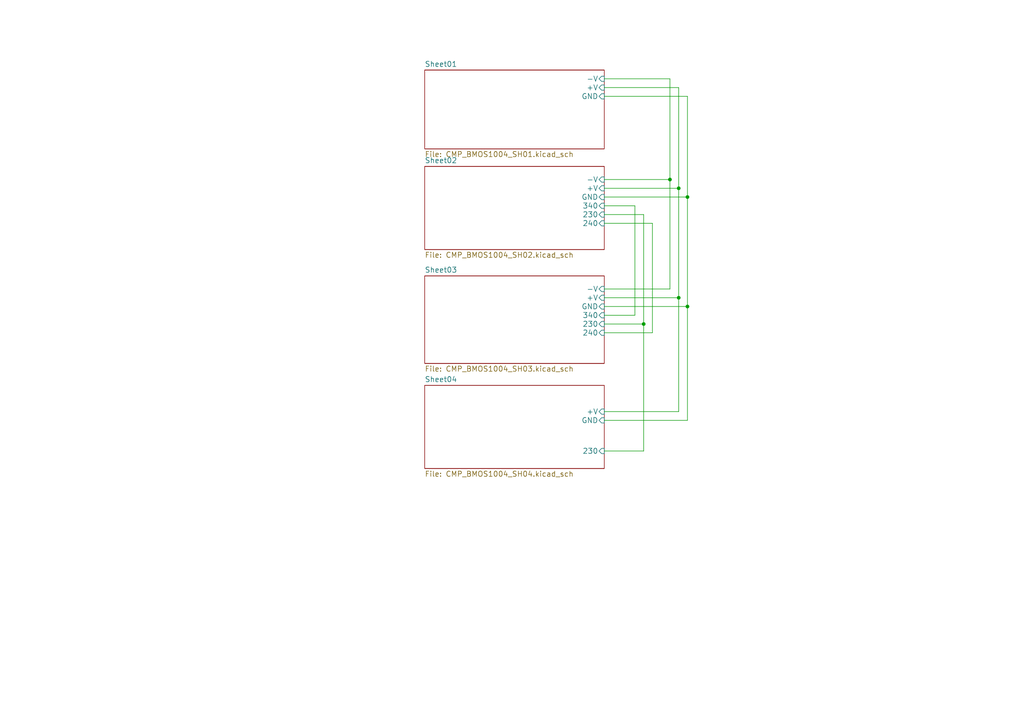
<source format=kicad_sch>
(kicad_sch (version 20230121) (generator eeschema)
  (paper "A4")
  (title_block (title "Amplificatore CMP_BMOS1004") (date "2025-10-18") (rev "251018") (company "AUDIO EMME di Martinelli Michele") (comment 1 "Stadio Ingresso + VAS"))
  (lib_symbols)
  (junction (at 196.85 86.36))
  (junction (at 186.69 93.98))
  (junction (at 199.39 57.15))
  (junction (at 196.85 54.61))
  (junction (at 199.39 88.9))
  (junction (at 194.31 52.07))
  (wire (pts (xy 189.23 96.52) (xy 175.26 96.52)))
  (wire (pts (xy 194.31 52.07) (xy 194.31 22.86)))
  (wire (pts (xy 196.85 54.61) (xy 196.85 25.4)))
  (wire (pts (xy 196.85 119.38) (xy 196.85 86.36)))
  (wire (pts (xy 199.39 57.15) (xy 175.26 57.15)))
  (wire (pts (xy 175.26 93.98) (xy 186.69 93.98)))
  (wire (pts (xy 186.69 130.81) (xy 186.69 93.98)))
  (wire (pts (xy 175.26 64.77) (xy 189.23 64.77)))
  (wire (pts (xy 199.39 27.94) (xy 175.26 27.94)))
  (wire (pts (xy 186.69 93.98) (xy 186.69 62.23)))
  (wire (pts (xy 175.26 62.23) (xy 186.69 62.23)))
  (wire (pts (xy 199.39 57.15) (xy 199.39 27.94)))
  (wire (pts (xy 194.31 83.82) (xy 194.31 52.07)))
  (wire (pts (xy 199.39 121.92) (xy 199.39 88.9)))
  (wire (pts (xy 196.85 119.38) (xy 175.26 119.38)))
  (wire (pts (xy 199.39 88.9) (xy 199.39 57.15)))
  (wire (pts (xy 196.85 54.61) (xy 175.26 54.61)))
  (wire (pts (xy 194.31 83.82) (xy 175.26 83.82)))
  (wire (pts (xy 184.15 91.44) (xy 175.26 91.44)))
  (wire (pts (xy 194.31 52.07) (xy 175.26 52.07)))
  (wire (pts (xy 184.15 59.69) (xy 184.15 91.44)))
  (wire (pts (xy 175.26 59.69) (xy 184.15 59.69)))
  (wire (pts (xy 196.85 86.36) (xy 196.85 54.61)))
  (wire (pts (xy 175.26 88.9) (xy 199.39 88.9)))
  (wire (pts (xy 194.31 22.86) (xy 175.26 22.86)))
  (wire (pts (xy 196.85 25.4) (xy 175.26 25.4)))
  (wire (pts (xy 196.85 86.36) (xy 175.26 86.36)))
  (wire (pts (xy 189.23 64.77) (xy 189.23 96.52)))
  (wire (pts (xy 175.26 130.81) (xy 186.69 130.81)))
  (wire (pts (xy 175.26 121.92) (xy 199.39 121.92)))
  (sheet (at 123.19 111.76) (size 52.07 24.13)
    (property "Sheetname" "Sheet04" (at 123.19 110.9214 0) (effects (font (size 1.524 1.524)) (justify left bottom)))
    (property "Sheetfile" "CMP_BMOS1004_SH04.kicad_sch" (at 123.19 136.5762 0) (effects (font (size 1.524 1.524)) (justify left top)))
    (pin "+V" input (at 175.26 119.38 0) (effects (font (size 1.524 1.524))))
    (pin "230" input (at 175.26 130.81 0) (effects (font (size 1.524 1.524))))
    (pin "GND" input (at 175.26 121.92 0) (effects (font (size 1.524 1.524))))
  )
  (sheet (at 123.19 80.01) (size 52.07 25.4)
    (property "Sheetname" "Sheet03" (at 123.19 79.1714 0) (effects (font (size 1.524 1.524)) (justify left bottom)))
    (property "Sheetfile" "CMP_BMOS1004_SH03.kicad_sch" (at 123.19 106.0962 0) (effects (font (size 1.524 1.524)) (justify left top)))
    (pin "340" input (at 175.26 91.44 0) (effects (font (size 1.524 1.524))))
    (pin "230" input (at 175.26 93.98 0) (effects (font (size 1.524 1.524))))
    (pin "240" input (at 175.26 96.52 0) (effects (font (size 1.524 1.524))))
    (pin "+V" input (at 175.26 86.36 0) (effects (font (size 1.524 1.524))))
    (pin "-V" input (at 175.26 83.82 0) (effects (font (size 1.524 1.524))))
    (pin "GND" input (at 175.26 88.9 0) (effects (font (size 1.524 1.524))))
  )
  (sheet (at 123.19 48.26) (size 52.07 24.13)
    (property "Sheetname" "Sheet02" (at 123.19 47.4214 0) (effects (font (size 1.524 1.524)) (justify left bottom)))
    (property "Sheetfile" "CMP_BMOS1004_SH02.kicad_sch" (at 123.19 73.0762 0) (effects (font (size 1.524 1.524)) (justify left top)))
    (pin "-V" input (at 175.26 52.07 0) (effects (font (size 1.524 1.524))))
    (pin "+V" input (at 175.26 54.61 0) (effects (font (size 1.524 1.524))))
    (pin "340" input (at 175.26 59.69 0) (effects (font (size 1.524 1.524))))
    (pin "230" input (at 175.26 62.23 0) (effects (font (size 1.524 1.524))))
    (pin "240" input (at 175.26 64.77 0) (effects (font (size 1.524 1.524))))
    (pin "GND" input (at 175.26 57.15 0) (effects (font (size 1.524 1.524))))
  )
  (sheet (at 123.19 20.32) (size 52.07 22.86)
    (property "Sheetname" "Sheet01" (at 123.19 19.4814 0) (effects (font (size 1.524 1.524)) (justify left bottom)))
    (property "Sheetfile" "CMP_BMOS1004_SH01.kicad_sch" (at 123.19 43.8662 0) (effects (font (size 1.524 1.524)) (justify left top)))
    (pin "-V" input (at 175.26 22.86 0) (effects (font (size 1.524 1.524))))
    (pin "+V" input (at 175.26 25.4 0) (effects (font (size 1.524 1.524))))
    (pin "GND" input (at 175.26 27.94 0) (effects (font (size 1.524 1.524))))
  )
)
</source>
